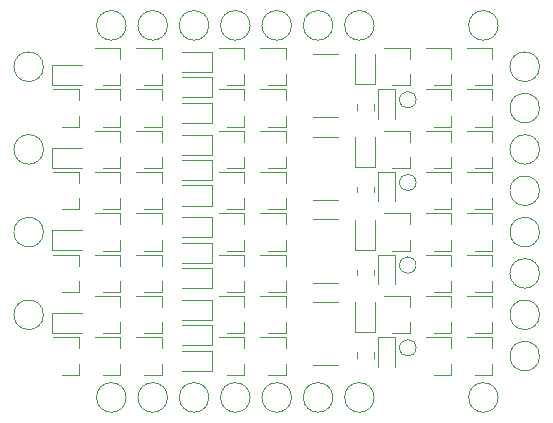
<source format=gto>
G04 #@! TF.GenerationSoftware,KiCad,Pcbnew,(5.1.9)-1*
G04 #@! TF.CreationDate,2022-08-31T17:37:08+02:00*
G04 #@! TF.ProjectId,Edge_dff,45646765-5f64-4666-962e-6b696361645f,rev?*
G04 #@! TF.SameCoordinates,Original*
G04 #@! TF.FileFunction,Legend,Top*
G04 #@! TF.FilePolarity,Positive*
%FSLAX46Y46*%
G04 Gerber Fmt 4.6, Leading zero omitted, Abs format (unit mm)*
G04 Created by KiCad (PCBNEW (5.1.9)-1) date 2022-08-31 17:37:08*
%MOMM*%
%LPD*%
G01*
G04 APERTURE LIST*
%ADD10C,0.120000*%
%ADD11C,1.000000*%
%ADD12C,2.000000*%
%ADD13R,0.900000X0.900000*%
%ADD14R,0.900000X0.800000*%
%ADD15R,0.450000X0.600000*%
%ADD16R,0.600000X0.450000*%
G04 APERTURE END LIST*
D10*
G04 #@! TO.C,TP504*
X144800000Y-93800000D02*
G75*
G03*
X144800000Y-93800000I-700000J0D01*
G01*
G04 #@! TO.C,TP503*
X155251000Y-94500000D02*
G75*
G03*
X155251000Y-94500000I-1251000J0D01*
G01*
G04 #@! TO.C,TP502*
X155251000Y-91000000D02*
G75*
G03*
X155251000Y-91000000I-1251000J0D01*
G01*
G04 #@! TO.C,TP501*
X113251000Y-91000000D02*
G75*
G03*
X113251000Y-91000000I-1251000J0D01*
G01*
G04 #@! TO.C,TP404*
X144800000Y-100800000D02*
G75*
G03*
X144800000Y-100800000I-700000J0D01*
G01*
G04 #@! TO.C,TP403*
X155251000Y-101500000D02*
G75*
G03*
X155251000Y-101500000I-1251000J0D01*
G01*
G04 #@! TO.C,TP402*
X155251000Y-98000000D02*
G75*
G03*
X155251000Y-98000000I-1251000J0D01*
G01*
G04 #@! TO.C,TP401*
X113251000Y-98000000D02*
G75*
G03*
X113251000Y-98000000I-1251000J0D01*
G01*
G04 #@! TO.C,TP304*
X144800000Y-107800000D02*
G75*
G03*
X144800000Y-107800000I-700000J0D01*
G01*
G04 #@! TO.C,TP303*
X155251000Y-108500000D02*
G75*
G03*
X155251000Y-108500000I-1251000J0D01*
G01*
G04 #@! TO.C,TP302*
X155251000Y-105000000D02*
G75*
G03*
X155251000Y-105000000I-1251000J0D01*
G01*
G04 #@! TO.C,TP301*
X113251000Y-105000000D02*
G75*
G03*
X113251000Y-105000000I-1251000J0D01*
G01*
G04 #@! TO.C,TP204*
X144800000Y-114800000D02*
G75*
G03*
X144800000Y-114800000I-700000J0D01*
G01*
G04 #@! TO.C,TP203*
X155251000Y-115500000D02*
G75*
G03*
X155251000Y-115500000I-1251000J0D01*
G01*
G04 #@! TO.C,TP202*
X155251000Y-112000000D02*
G75*
G03*
X155251000Y-112000000I-1251000J0D01*
G01*
G04 #@! TO.C,TP201*
X113251000Y-112000000D02*
G75*
G03*
X113251000Y-112000000I-1251000J0D01*
G01*
G04 #@! TO.C,RN501*
X138150000Y-89930000D02*
X136050000Y-89930000D01*
X138150000Y-95270000D02*
X136050000Y-95270000D01*
G04 #@! TO.C,RN401*
X138150000Y-96930000D02*
X136050000Y-96930000D01*
X138150000Y-102270000D02*
X136050000Y-102270000D01*
G04 #@! TO.C,RN301*
X138150000Y-103930000D02*
X136050000Y-103930000D01*
X138150000Y-109270000D02*
X136050000Y-109270000D01*
G04 #@! TO.C,RN201*
X138150000Y-110930000D02*
X136050000Y-110930000D01*
X138150000Y-116270000D02*
X136050000Y-116270000D01*
G04 #@! TO.C,R501*
X141235000Y-94627064D02*
X141235000Y-94172936D01*
X139765000Y-94627064D02*
X139765000Y-94172936D01*
G04 #@! TO.C,R401*
X141235000Y-101627064D02*
X141235000Y-101172936D01*
X139765000Y-101627064D02*
X139765000Y-101172936D01*
G04 #@! TO.C,R301*
X141235000Y-108627064D02*
X141235000Y-108172936D01*
X139765000Y-108627064D02*
X139765000Y-108172936D01*
G04 #@! TO.C,R201*
X141235000Y-115627064D02*
X141235000Y-115172936D01*
X139765000Y-115627064D02*
X139765000Y-115172936D01*
G04 #@! TO.C,Q514*
X151260000Y-96080000D02*
X149800000Y-96080000D01*
X151260000Y-92920000D02*
X149100000Y-92920000D01*
X151260000Y-92920000D02*
X151260000Y-93850000D01*
X151260000Y-96080000D02*
X151260000Y-95150000D01*
G04 #@! TO.C,Q513*
X151260000Y-92580000D02*
X149800000Y-92580000D01*
X151260000Y-89420000D02*
X149100000Y-89420000D01*
X151260000Y-89420000D02*
X151260000Y-90350000D01*
X151260000Y-92580000D02*
X151260000Y-91650000D01*
G04 #@! TO.C,Q512*
X144260000Y-92580000D02*
X142800000Y-92580000D01*
X144260000Y-89420000D02*
X142100000Y-89420000D01*
X144260000Y-89420000D02*
X144260000Y-90350000D01*
X144260000Y-92580000D02*
X144260000Y-91650000D01*
G04 #@! TO.C,Q511*
X147760000Y-96080000D02*
X146300000Y-96080000D01*
X147760000Y-92920000D02*
X145600000Y-92920000D01*
X147760000Y-92920000D02*
X147760000Y-93850000D01*
X147760000Y-96080000D02*
X147760000Y-95150000D01*
G04 #@! TO.C,Q510*
X147760000Y-92580000D02*
X146300000Y-92580000D01*
X147760000Y-89420000D02*
X145600000Y-89420000D01*
X147760000Y-89420000D02*
X147760000Y-90350000D01*
X147760000Y-92580000D02*
X147760000Y-91650000D01*
G04 #@! TO.C,Q509*
X130260000Y-92580000D02*
X128800000Y-92580000D01*
X130260000Y-89420000D02*
X128100000Y-89420000D01*
X130260000Y-89420000D02*
X130260000Y-90350000D01*
X130260000Y-92580000D02*
X130260000Y-91650000D01*
G04 #@! TO.C,Q508*
X133760000Y-92580000D02*
X132300000Y-92580000D01*
X133760000Y-89420000D02*
X131600000Y-89420000D01*
X133760000Y-89420000D02*
X133760000Y-90350000D01*
X133760000Y-92580000D02*
X133760000Y-91650000D01*
G04 #@! TO.C,Q507*
X130260000Y-96080000D02*
X128800000Y-96080000D01*
X130260000Y-92920000D02*
X128100000Y-92920000D01*
X130260000Y-92920000D02*
X130260000Y-93850000D01*
X130260000Y-96080000D02*
X130260000Y-95150000D01*
G04 #@! TO.C,Q506*
X133760000Y-96080000D02*
X132300000Y-96080000D01*
X133760000Y-92920000D02*
X131600000Y-92920000D01*
X133760000Y-92920000D02*
X133760000Y-93850000D01*
X133760000Y-96080000D02*
X133760000Y-95150000D01*
G04 #@! TO.C,Q505*
X123260000Y-96080000D02*
X121800000Y-96080000D01*
X123260000Y-92920000D02*
X121100000Y-92920000D01*
X123260000Y-92920000D02*
X123260000Y-93850000D01*
X123260000Y-96080000D02*
X123260000Y-95150000D01*
G04 #@! TO.C,Q504*
X123260000Y-92580000D02*
X121800000Y-92580000D01*
X123260000Y-89420000D02*
X121100000Y-89420000D01*
X123260000Y-89420000D02*
X123260000Y-90350000D01*
X123260000Y-92580000D02*
X123260000Y-91650000D01*
G04 #@! TO.C,Q503*
X116260000Y-96080000D02*
X114800000Y-96080000D01*
X116260000Y-92920000D02*
X114100000Y-92920000D01*
X116260000Y-92920000D02*
X116260000Y-93850000D01*
X116260000Y-96080000D02*
X116260000Y-95150000D01*
G04 #@! TO.C,Q502*
X119760000Y-96080000D02*
X118300000Y-96080000D01*
X119760000Y-92920000D02*
X117600000Y-92920000D01*
X119760000Y-92920000D02*
X119760000Y-93850000D01*
X119760000Y-96080000D02*
X119760000Y-95150000D01*
G04 #@! TO.C,Q501*
X119760000Y-92580000D02*
X118300000Y-92580000D01*
X119760000Y-89420000D02*
X117600000Y-89420000D01*
X119760000Y-89420000D02*
X119760000Y-90350000D01*
X119760000Y-92580000D02*
X119760000Y-91650000D01*
G04 #@! TO.C,Q414*
X151260000Y-103080000D02*
X149800000Y-103080000D01*
X151260000Y-99920000D02*
X149100000Y-99920000D01*
X151260000Y-99920000D02*
X151260000Y-100850000D01*
X151260000Y-103080000D02*
X151260000Y-102150000D01*
G04 #@! TO.C,Q413*
X151260000Y-99580000D02*
X149800000Y-99580000D01*
X151260000Y-96420000D02*
X149100000Y-96420000D01*
X151260000Y-96420000D02*
X151260000Y-97350000D01*
X151260000Y-99580000D02*
X151260000Y-98650000D01*
G04 #@! TO.C,Q412*
X144260000Y-99580000D02*
X142800000Y-99580000D01*
X144260000Y-96420000D02*
X142100000Y-96420000D01*
X144260000Y-96420000D02*
X144260000Y-97350000D01*
X144260000Y-99580000D02*
X144260000Y-98650000D01*
G04 #@! TO.C,Q411*
X147760000Y-103080000D02*
X146300000Y-103080000D01*
X147760000Y-99920000D02*
X145600000Y-99920000D01*
X147760000Y-99920000D02*
X147760000Y-100850000D01*
X147760000Y-103080000D02*
X147760000Y-102150000D01*
G04 #@! TO.C,Q410*
X147760000Y-99580000D02*
X146300000Y-99580000D01*
X147760000Y-96420000D02*
X145600000Y-96420000D01*
X147760000Y-96420000D02*
X147760000Y-97350000D01*
X147760000Y-99580000D02*
X147760000Y-98650000D01*
G04 #@! TO.C,Q409*
X130260000Y-99580000D02*
X128800000Y-99580000D01*
X130260000Y-96420000D02*
X128100000Y-96420000D01*
X130260000Y-96420000D02*
X130260000Y-97350000D01*
X130260000Y-99580000D02*
X130260000Y-98650000D01*
G04 #@! TO.C,Q408*
X133760000Y-99580000D02*
X132300000Y-99580000D01*
X133760000Y-96420000D02*
X131600000Y-96420000D01*
X133760000Y-96420000D02*
X133760000Y-97350000D01*
X133760000Y-99580000D02*
X133760000Y-98650000D01*
G04 #@! TO.C,Q407*
X130260000Y-103080000D02*
X128800000Y-103080000D01*
X130260000Y-99920000D02*
X128100000Y-99920000D01*
X130260000Y-99920000D02*
X130260000Y-100850000D01*
X130260000Y-103080000D02*
X130260000Y-102150000D01*
G04 #@! TO.C,Q406*
X133760000Y-103080000D02*
X132300000Y-103080000D01*
X133760000Y-99920000D02*
X131600000Y-99920000D01*
X133760000Y-99920000D02*
X133760000Y-100850000D01*
X133760000Y-103080000D02*
X133760000Y-102150000D01*
G04 #@! TO.C,Q405*
X123260000Y-103080000D02*
X121800000Y-103080000D01*
X123260000Y-99920000D02*
X121100000Y-99920000D01*
X123260000Y-99920000D02*
X123260000Y-100850000D01*
X123260000Y-103080000D02*
X123260000Y-102150000D01*
G04 #@! TO.C,Q404*
X123260000Y-99580000D02*
X121800000Y-99580000D01*
X123260000Y-96420000D02*
X121100000Y-96420000D01*
X123260000Y-96420000D02*
X123260000Y-97350000D01*
X123260000Y-99580000D02*
X123260000Y-98650000D01*
G04 #@! TO.C,Q403*
X116260000Y-103080000D02*
X114800000Y-103080000D01*
X116260000Y-99920000D02*
X114100000Y-99920000D01*
X116260000Y-99920000D02*
X116260000Y-100850000D01*
X116260000Y-103080000D02*
X116260000Y-102150000D01*
G04 #@! TO.C,Q402*
X119760000Y-103080000D02*
X118300000Y-103080000D01*
X119760000Y-99920000D02*
X117600000Y-99920000D01*
X119760000Y-99920000D02*
X119760000Y-100850000D01*
X119760000Y-103080000D02*
X119760000Y-102150000D01*
G04 #@! TO.C,Q401*
X119760000Y-99580000D02*
X118300000Y-99580000D01*
X119760000Y-96420000D02*
X117600000Y-96420000D01*
X119760000Y-96420000D02*
X119760000Y-97350000D01*
X119760000Y-99580000D02*
X119760000Y-98650000D01*
G04 #@! TO.C,Q314*
X151260000Y-110080000D02*
X149800000Y-110080000D01*
X151260000Y-106920000D02*
X149100000Y-106920000D01*
X151260000Y-106920000D02*
X151260000Y-107850000D01*
X151260000Y-110080000D02*
X151260000Y-109150000D01*
G04 #@! TO.C,Q313*
X151260000Y-106580000D02*
X149800000Y-106580000D01*
X151260000Y-103420000D02*
X149100000Y-103420000D01*
X151260000Y-103420000D02*
X151260000Y-104350000D01*
X151260000Y-106580000D02*
X151260000Y-105650000D01*
G04 #@! TO.C,Q312*
X144260000Y-106580000D02*
X142800000Y-106580000D01*
X144260000Y-103420000D02*
X142100000Y-103420000D01*
X144260000Y-103420000D02*
X144260000Y-104350000D01*
X144260000Y-106580000D02*
X144260000Y-105650000D01*
G04 #@! TO.C,Q311*
X147760000Y-110080000D02*
X146300000Y-110080000D01*
X147760000Y-106920000D02*
X145600000Y-106920000D01*
X147760000Y-106920000D02*
X147760000Y-107850000D01*
X147760000Y-110080000D02*
X147760000Y-109150000D01*
G04 #@! TO.C,Q310*
X147760000Y-106580000D02*
X146300000Y-106580000D01*
X147760000Y-103420000D02*
X145600000Y-103420000D01*
X147760000Y-103420000D02*
X147760000Y-104350000D01*
X147760000Y-106580000D02*
X147760000Y-105650000D01*
G04 #@! TO.C,Q309*
X130260000Y-106580000D02*
X128800000Y-106580000D01*
X130260000Y-103420000D02*
X128100000Y-103420000D01*
X130260000Y-103420000D02*
X130260000Y-104350000D01*
X130260000Y-106580000D02*
X130260000Y-105650000D01*
G04 #@! TO.C,Q308*
X133760000Y-106580000D02*
X132300000Y-106580000D01*
X133760000Y-103420000D02*
X131600000Y-103420000D01*
X133760000Y-103420000D02*
X133760000Y-104350000D01*
X133760000Y-106580000D02*
X133760000Y-105650000D01*
G04 #@! TO.C,Q307*
X130260000Y-110080000D02*
X128800000Y-110080000D01*
X130260000Y-106920000D02*
X128100000Y-106920000D01*
X130260000Y-106920000D02*
X130260000Y-107850000D01*
X130260000Y-110080000D02*
X130260000Y-109150000D01*
G04 #@! TO.C,Q306*
X133760000Y-110080000D02*
X132300000Y-110080000D01*
X133760000Y-106920000D02*
X131600000Y-106920000D01*
X133760000Y-106920000D02*
X133760000Y-107850000D01*
X133760000Y-110080000D02*
X133760000Y-109150000D01*
G04 #@! TO.C,Q305*
X123260000Y-110080000D02*
X121800000Y-110080000D01*
X123260000Y-106920000D02*
X121100000Y-106920000D01*
X123260000Y-106920000D02*
X123260000Y-107850000D01*
X123260000Y-110080000D02*
X123260000Y-109150000D01*
G04 #@! TO.C,Q304*
X123260000Y-106580000D02*
X121800000Y-106580000D01*
X123260000Y-103420000D02*
X121100000Y-103420000D01*
X123260000Y-103420000D02*
X123260000Y-104350000D01*
X123260000Y-106580000D02*
X123260000Y-105650000D01*
G04 #@! TO.C,Q303*
X116260000Y-110080000D02*
X114800000Y-110080000D01*
X116260000Y-106920000D02*
X114100000Y-106920000D01*
X116260000Y-106920000D02*
X116260000Y-107850000D01*
X116260000Y-110080000D02*
X116260000Y-109150000D01*
G04 #@! TO.C,Q302*
X119760000Y-110080000D02*
X118300000Y-110080000D01*
X119760000Y-106920000D02*
X117600000Y-106920000D01*
X119760000Y-106920000D02*
X119760000Y-107850000D01*
X119760000Y-110080000D02*
X119760000Y-109150000D01*
G04 #@! TO.C,Q301*
X119760000Y-106580000D02*
X118300000Y-106580000D01*
X119760000Y-103420000D02*
X117600000Y-103420000D01*
X119760000Y-103420000D02*
X119760000Y-104350000D01*
X119760000Y-106580000D02*
X119760000Y-105650000D01*
G04 #@! TO.C,Q214*
X151260000Y-117080000D02*
X149800000Y-117080000D01*
X151260000Y-113920000D02*
X149100000Y-113920000D01*
X151260000Y-113920000D02*
X151260000Y-114850000D01*
X151260000Y-117080000D02*
X151260000Y-116150000D01*
G04 #@! TO.C,Q213*
X151260000Y-113580000D02*
X149800000Y-113580000D01*
X151260000Y-110420000D02*
X149100000Y-110420000D01*
X151260000Y-110420000D02*
X151260000Y-111350000D01*
X151260000Y-113580000D02*
X151260000Y-112650000D01*
G04 #@! TO.C,Q212*
X144260000Y-113580000D02*
X142800000Y-113580000D01*
X144260000Y-110420000D02*
X142100000Y-110420000D01*
X144260000Y-110420000D02*
X144260000Y-111350000D01*
X144260000Y-113580000D02*
X144260000Y-112650000D01*
G04 #@! TO.C,Q211*
X147760000Y-117080000D02*
X146300000Y-117080000D01*
X147760000Y-113920000D02*
X145600000Y-113920000D01*
X147760000Y-113920000D02*
X147760000Y-114850000D01*
X147760000Y-117080000D02*
X147760000Y-116150000D01*
G04 #@! TO.C,Q210*
X147760000Y-113580000D02*
X146300000Y-113580000D01*
X147760000Y-110420000D02*
X145600000Y-110420000D01*
X147760000Y-110420000D02*
X147760000Y-111350000D01*
X147760000Y-113580000D02*
X147760000Y-112650000D01*
G04 #@! TO.C,Q209*
X130260000Y-113580000D02*
X128800000Y-113580000D01*
X130260000Y-110420000D02*
X128100000Y-110420000D01*
X130260000Y-110420000D02*
X130260000Y-111350000D01*
X130260000Y-113580000D02*
X130260000Y-112650000D01*
G04 #@! TO.C,Q208*
X133760000Y-113580000D02*
X132300000Y-113580000D01*
X133760000Y-110420000D02*
X131600000Y-110420000D01*
X133760000Y-110420000D02*
X133760000Y-111350000D01*
X133760000Y-113580000D02*
X133760000Y-112650000D01*
G04 #@! TO.C,Q206*
X133760000Y-117080000D02*
X132300000Y-117080000D01*
X133760000Y-113920000D02*
X131600000Y-113920000D01*
X133760000Y-113920000D02*
X133760000Y-114850000D01*
X133760000Y-117080000D02*
X133760000Y-116150000D01*
G04 #@! TO.C,Q205*
X123260000Y-117080000D02*
X121800000Y-117080000D01*
X123260000Y-113920000D02*
X121100000Y-113920000D01*
X123260000Y-113920000D02*
X123260000Y-114850000D01*
X123260000Y-117080000D02*
X123260000Y-116150000D01*
G04 #@! TO.C,Q204*
X123260000Y-113580000D02*
X121800000Y-113580000D01*
X123260000Y-110420000D02*
X121100000Y-110420000D01*
X123260000Y-110420000D02*
X123260000Y-111350000D01*
X123260000Y-113580000D02*
X123260000Y-112650000D01*
G04 #@! TO.C,Q203*
X116260000Y-117080000D02*
X114800000Y-117080000D01*
X116260000Y-113920000D02*
X114100000Y-113920000D01*
X116260000Y-113920000D02*
X116260000Y-114850000D01*
X116260000Y-117080000D02*
X116260000Y-116150000D01*
G04 #@! TO.C,Q202*
X119760000Y-117080000D02*
X118300000Y-117080000D01*
X119760000Y-113920000D02*
X117600000Y-113920000D01*
X119760000Y-113920000D02*
X119760000Y-114850000D01*
X119760000Y-117080000D02*
X119760000Y-116150000D01*
G04 #@! TO.C,Q201*
X119760000Y-113580000D02*
X118300000Y-113580000D01*
X119760000Y-110420000D02*
X117600000Y-110420000D01*
X119760000Y-110420000D02*
X119760000Y-111350000D01*
X119760000Y-113580000D02*
X119760000Y-112650000D01*
G04 #@! TO.C,D506*
X141615000Y-92915000D02*
X141615000Y-95400000D01*
X142985000Y-92915000D02*
X141615000Y-92915000D01*
X142985000Y-95400000D02*
X142985000Y-92915000D01*
G04 #@! TO.C,D505*
X139650000Y-92500000D02*
X139650000Y-89950000D01*
X141350000Y-92500000D02*
X141350000Y-89950000D01*
X139650000Y-92500000D02*
X141350000Y-92500000D01*
G04 #@! TO.C,D504*
X127500000Y-95750000D02*
X124950000Y-95750000D01*
X127500000Y-94050000D02*
X124950000Y-94050000D01*
X127500000Y-95750000D02*
X127500000Y-94050000D01*
G04 #@! TO.C,D503*
X127500000Y-93600000D02*
X124950000Y-93600000D01*
X127500000Y-91900000D02*
X124950000Y-91900000D01*
X127500000Y-93600000D02*
X127500000Y-91900000D01*
G04 #@! TO.C,D502*
X127550000Y-91450000D02*
X125000000Y-91450000D01*
X127550000Y-89750000D02*
X125000000Y-89750000D01*
X127550000Y-91450000D02*
X127550000Y-89750000D01*
G04 #@! TO.C,D501*
X114000000Y-90850000D02*
X116550000Y-90850000D01*
X114000000Y-92550000D02*
X116550000Y-92550000D01*
X114000000Y-90850000D02*
X114000000Y-92550000D01*
G04 #@! TO.C,D406*
X141615000Y-99915000D02*
X141615000Y-102400000D01*
X142985000Y-99915000D02*
X141615000Y-99915000D01*
X142985000Y-102400000D02*
X142985000Y-99915000D01*
G04 #@! TO.C,D405*
X139650000Y-99500000D02*
X139650000Y-96950000D01*
X141350000Y-99500000D02*
X141350000Y-96950000D01*
X139650000Y-99500000D02*
X141350000Y-99500000D01*
G04 #@! TO.C,D404*
X127500000Y-102750000D02*
X124950000Y-102750000D01*
X127500000Y-101050000D02*
X124950000Y-101050000D01*
X127500000Y-102750000D02*
X127500000Y-101050000D01*
G04 #@! TO.C,D403*
X127500000Y-100600000D02*
X124950000Y-100600000D01*
X127500000Y-98900000D02*
X124950000Y-98900000D01*
X127500000Y-100600000D02*
X127500000Y-98900000D01*
G04 #@! TO.C,D402*
X127550000Y-98450000D02*
X125000000Y-98450000D01*
X127550000Y-96750000D02*
X125000000Y-96750000D01*
X127550000Y-98450000D02*
X127550000Y-96750000D01*
G04 #@! TO.C,D401*
X114000000Y-97850000D02*
X116550000Y-97850000D01*
X114000000Y-99550000D02*
X116550000Y-99550000D01*
X114000000Y-97850000D02*
X114000000Y-99550000D01*
G04 #@! TO.C,D306*
X141615000Y-106915000D02*
X141615000Y-109400000D01*
X142985000Y-106915000D02*
X141615000Y-106915000D01*
X142985000Y-109400000D02*
X142985000Y-106915000D01*
G04 #@! TO.C,D305*
X139650000Y-106500000D02*
X139650000Y-103950000D01*
X141350000Y-106500000D02*
X141350000Y-103950000D01*
X139650000Y-106500000D02*
X141350000Y-106500000D01*
G04 #@! TO.C,D304*
X127500000Y-109750000D02*
X124950000Y-109750000D01*
X127500000Y-108050000D02*
X124950000Y-108050000D01*
X127500000Y-109750000D02*
X127500000Y-108050000D01*
G04 #@! TO.C,D303*
X127500000Y-107600000D02*
X124950000Y-107600000D01*
X127500000Y-105900000D02*
X124950000Y-105900000D01*
X127500000Y-107600000D02*
X127500000Y-105900000D01*
G04 #@! TO.C,D302*
X127550000Y-105450000D02*
X125000000Y-105450000D01*
X127550000Y-103750000D02*
X125000000Y-103750000D01*
X127550000Y-105450000D02*
X127550000Y-103750000D01*
G04 #@! TO.C,D301*
X114000000Y-104850000D02*
X116550000Y-104850000D01*
X114000000Y-106550000D02*
X116550000Y-106550000D01*
X114000000Y-104850000D02*
X114000000Y-106550000D01*
G04 #@! TO.C,D206*
X141615000Y-113915000D02*
X141615000Y-116400000D01*
X142985000Y-113915000D02*
X141615000Y-113915000D01*
X142985000Y-116400000D02*
X142985000Y-113915000D01*
G04 #@! TO.C,D205*
X139650000Y-113500000D02*
X139650000Y-110950000D01*
X141350000Y-113500000D02*
X141350000Y-110950000D01*
X139650000Y-113500000D02*
X141350000Y-113500000D01*
G04 #@! TO.C,D204*
X127500000Y-116750000D02*
X124950000Y-116750000D01*
X127500000Y-115050000D02*
X124950000Y-115050000D01*
X127500000Y-116750000D02*
X127500000Y-115050000D01*
G04 #@! TO.C,D203*
X127500000Y-114600000D02*
X124950000Y-114600000D01*
X127500000Y-112900000D02*
X124950000Y-112900000D01*
X127500000Y-114600000D02*
X127500000Y-112900000D01*
G04 #@! TO.C,D202*
X127550000Y-112450000D02*
X125000000Y-112450000D01*
X127550000Y-110750000D02*
X125000000Y-110750000D01*
X127550000Y-112450000D02*
X127550000Y-110750000D01*
G04 #@! TO.C,D201*
X114000000Y-111850000D02*
X116550000Y-111850000D01*
X114000000Y-113550000D02*
X116550000Y-113550000D01*
X114000000Y-111850000D02*
X114000000Y-113550000D01*
G04 #@! TO.C,Q207*
X130260000Y-117080000D02*
X130260000Y-116150000D01*
X130260000Y-113920000D02*
X130260000Y-114850000D01*
X130260000Y-113920000D02*
X128100000Y-113920000D01*
X130260000Y-117080000D02*
X128800000Y-117080000D01*
G04 #@! TO.C,TP120*
X134251000Y-87500000D02*
G75*
G03*
X134251000Y-87500000I-1251000J0D01*
G01*
G04 #@! TO.C,TP110*
X134251000Y-119000000D02*
G75*
G03*
X134251000Y-119000000I-1251000J0D01*
G01*
G04 #@! TO.C,TP118*
X137751000Y-87500000D02*
G75*
G03*
X137751000Y-87500000I-1251000J0D01*
G01*
G04 #@! TO.C,TP117*
X141251000Y-87500000D02*
G75*
G03*
X141251000Y-87500000I-1251000J0D01*
G01*
G04 #@! TO.C,TP116*
X127251000Y-87500000D02*
G75*
G03*
X127251000Y-87500000I-1251000J0D01*
G01*
G04 #@! TO.C,TP115*
X123751000Y-87500000D02*
G75*
G03*
X123751000Y-87500000I-1251000J0D01*
G01*
G04 #@! TO.C,TP114*
X120251000Y-87500000D02*
G75*
G03*
X120251000Y-87500000I-1251000J0D01*
G01*
G04 #@! TO.C,TP113*
X130751000Y-87500000D02*
G75*
G03*
X130751000Y-87500000I-1251000J0D01*
G01*
G04 #@! TO.C,TP112*
X151751000Y-87500000D02*
G75*
G03*
X151751000Y-87500000I-1251000J0D01*
G01*
G04 #@! TO.C,TP108*
X137751000Y-119000000D02*
G75*
G03*
X137751000Y-119000000I-1251000J0D01*
G01*
G04 #@! TO.C,TP107*
X141251000Y-119000000D02*
G75*
G03*
X141251000Y-119000000I-1251000J0D01*
G01*
G04 #@! TO.C,TP106*
X127251000Y-119000000D02*
G75*
G03*
X127251000Y-119000000I-1251000J0D01*
G01*
G04 #@! TO.C,TP105*
X123751000Y-119000000D02*
G75*
G03*
X123751000Y-119000000I-1251000J0D01*
G01*
G04 #@! TO.C,TP104*
X120251000Y-119000000D02*
G75*
G03*
X120251000Y-119000000I-1251000J0D01*
G01*
G04 #@! TO.C,TP103*
X130751000Y-119000000D02*
G75*
G03*
X130751000Y-119000000I-1251000J0D01*
G01*
G04 #@! TO.C,TP102*
X151751000Y-119000000D02*
G75*
G03*
X151751000Y-119000000I-1251000J0D01*
G01*
G04 #@! TD*
%LPC*%
D11*
G04 #@! TO.C,TP504*
X144100000Y-93800000D03*
G04 #@! TD*
D12*
G04 #@! TO.C,TP503*
X154000000Y-94500000D03*
G04 #@! TD*
G04 #@! TO.C,TP502*
X154000000Y-91000000D03*
G04 #@! TD*
G04 #@! TO.C,TP501*
X112000000Y-91000000D03*
G04 #@! TD*
D11*
G04 #@! TO.C,TP404*
X144100000Y-100800000D03*
G04 #@! TD*
D12*
G04 #@! TO.C,TP403*
X154000000Y-101500000D03*
G04 #@! TD*
G04 #@! TO.C,TP402*
X154000000Y-98000000D03*
G04 #@! TD*
G04 #@! TO.C,TP401*
X112000000Y-98000000D03*
G04 #@! TD*
D11*
G04 #@! TO.C,TP304*
X144100000Y-107800000D03*
G04 #@! TD*
D12*
G04 #@! TO.C,TP303*
X154000000Y-108500000D03*
G04 #@! TD*
G04 #@! TO.C,TP302*
X154000000Y-105000000D03*
G04 #@! TD*
G04 #@! TO.C,TP301*
X112000000Y-105000000D03*
G04 #@! TD*
D11*
G04 #@! TO.C,TP204*
X144100000Y-114800000D03*
G04 #@! TD*
D12*
G04 #@! TO.C,TP203*
X154000000Y-115500000D03*
G04 #@! TD*
G04 #@! TO.C,TP202*
X154000000Y-112000000D03*
G04 #@! TD*
G04 #@! TO.C,TP201*
X112000000Y-112000000D03*
G04 #@! TD*
D13*
G04 #@! TO.C,RN501*
X138600000Y-93260000D03*
X138600000Y-94600000D03*
X138600000Y-90600000D03*
X138600000Y-91940000D03*
X135600000Y-93260000D03*
X135600000Y-91940000D03*
X135600000Y-94600000D03*
X135600000Y-90600000D03*
G04 #@! TD*
G04 #@! TO.C,RN401*
X138600000Y-100260000D03*
X138600000Y-101600000D03*
X138600000Y-97600000D03*
X138600000Y-98940000D03*
X135600000Y-100260000D03*
X135600000Y-98940000D03*
X135600000Y-101600000D03*
X135600000Y-97600000D03*
G04 #@! TD*
G04 #@! TO.C,RN301*
X138600000Y-107260000D03*
X138600000Y-108600000D03*
X138600000Y-104600000D03*
X138600000Y-105940000D03*
X135600000Y-107260000D03*
X135600000Y-105940000D03*
X135600000Y-108600000D03*
X135600000Y-104600000D03*
G04 #@! TD*
G04 #@! TO.C,RN201*
X138600000Y-114260000D03*
X138600000Y-115600000D03*
X138600000Y-111600000D03*
X138600000Y-112940000D03*
X135600000Y-114260000D03*
X135600000Y-112940000D03*
X135600000Y-115600000D03*
X135600000Y-111600000D03*
G04 #@! TD*
G04 #@! TO.C,R501*
G36*
G01*
X140950002Y-94000000D02*
X140049998Y-94000000D01*
G75*
G02*
X139800000Y-93750002I0J249998D01*
G01*
X139800000Y-93224998D01*
G75*
G02*
X140049998Y-92975000I249998J0D01*
G01*
X140950002Y-92975000D01*
G75*
G02*
X141200000Y-93224998I0J-249998D01*
G01*
X141200000Y-93750002D01*
G75*
G02*
X140950002Y-94000000I-249998J0D01*
G01*
G37*
G36*
G01*
X140950002Y-95825000D02*
X140049998Y-95825000D01*
G75*
G02*
X139800000Y-95575002I0J249998D01*
G01*
X139800000Y-95049998D01*
G75*
G02*
X140049998Y-94800000I249998J0D01*
G01*
X140950002Y-94800000D01*
G75*
G02*
X141200000Y-95049998I0J-249998D01*
G01*
X141200000Y-95575002D01*
G75*
G02*
X140950002Y-95825000I-249998J0D01*
G01*
G37*
G04 #@! TD*
G04 #@! TO.C,R401*
G36*
G01*
X140950002Y-101000000D02*
X140049998Y-101000000D01*
G75*
G02*
X139800000Y-100750002I0J249998D01*
G01*
X139800000Y-100224998D01*
G75*
G02*
X140049998Y-99975000I249998J0D01*
G01*
X140950002Y-99975000D01*
G75*
G02*
X141200000Y-100224998I0J-249998D01*
G01*
X141200000Y-100750002D01*
G75*
G02*
X140950002Y-101000000I-249998J0D01*
G01*
G37*
G36*
G01*
X140950002Y-102825000D02*
X140049998Y-102825000D01*
G75*
G02*
X139800000Y-102575002I0J249998D01*
G01*
X139800000Y-102049998D01*
G75*
G02*
X140049998Y-101800000I249998J0D01*
G01*
X140950002Y-101800000D01*
G75*
G02*
X141200000Y-102049998I0J-249998D01*
G01*
X141200000Y-102575002D01*
G75*
G02*
X140950002Y-102825000I-249998J0D01*
G01*
G37*
G04 #@! TD*
G04 #@! TO.C,R301*
G36*
G01*
X140950002Y-108000000D02*
X140049998Y-108000000D01*
G75*
G02*
X139800000Y-107750002I0J249998D01*
G01*
X139800000Y-107224998D01*
G75*
G02*
X140049998Y-106975000I249998J0D01*
G01*
X140950002Y-106975000D01*
G75*
G02*
X141200000Y-107224998I0J-249998D01*
G01*
X141200000Y-107750002D01*
G75*
G02*
X140950002Y-108000000I-249998J0D01*
G01*
G37*
G36*
G01*
X140950002Y-109825000D02*
X140049998Y-109825000D01*
G75*
G02*
X139800000Y-109575002I0J249998D01*
G01*
X139800000Y-109049998D01*
G75*
G02*
X140049998Y-108800000I249998J0D01*
G01*
X140950002Y-108800000D01*
G75*
G02*
X141200000Y-109049998I0J-249998D01*
G01*
X141200000Y-109575002D01*
G75*
G02*
X140950002Y-109825000I-249998J0D01*
G01*
G37*
G04 #@! TD*
G04 #@! TO.C,R201*
G36*
G01*
X140950002Y-115000000D02*
X140049998Y-115000000D01*
G75*
G02*
X139800000Y-114750002I0J249998D01*
G01*
X139800000Y-114224998D01*
G75*
G02*
X140049998Y-113975000I249998J0D01*
G01*
X140950002Y-113975000D01*
G75*
G02*
X141200000Y-114224998I0J-249998D01*
G01*
X141200000Y-114750002D01*
G75*
G02*
X140950002Y-115000000I-249998J0D01*
G01*
G37*
G36*
G01*
X140950002Y-116825000D02*
X140049998Y-116825000D01*
G75*
G02*
X139800000Y-116575002I0J249998D01*
G01*
X139800000Y-116049998D01*
G75*
G02*
X140049998Y-115800000I249998J0D01*
G01*
X140950002Y-115800000D01*
G75*
G02*
X141200000Y-116049998I0J-249998D01*
G01*
X141200000Y-116575002D01*
G75*
G02*
X140950002Y-116825000I-249998J0D01*
G01*
G37*
G04 #@! TD*
D14*
G04 #@! TO.C,Q514*
X151500000Y-94500000D03*
X149500000Y-95450000D03*
X149500000Y-93550000D03*
G04 #@! TD*
G04 #@! TO.C,Q513*
X151500000Y-91000000D03*
X149500000Y-91950000D03*
X149500000Y-90050000D03*
G04 #@! TD*
G04 #@! TO.C,Q512*
X144500000Y-91000000D03*
X142500000Y-91950000D03*
X142500000Y-90050000D03*
G04 #@! TD*
G04 #@! TO.C,Q511*
X148000000Y-94500000D03*
X146000000Y-95450000D03*
X146000000Y-93550000D03*
G04 #@! TD*
G04 #@! TO.C,Q510*
X148000000Y-91000000D03*
X146000000Y-91950000D03*
X146000000Y-90050000D03*
G04 #@! TD*
G04 #@! TO.C,Q509*
X130500000Y-91000000D03*
X128500000Y-91950000D03*
X128500000Y-90050000D03*
G04 #@! TD*
G04 #@! TO.C,Q508*
X134000000Y-91000000D03*
X132000000Y-91950000D03*
X132000000Y-90050000D03*
G04 #@! TD*
G04 #@! TO.C,Q507*
X130500000Y-94500000D03*
X128500000Y-95450000D03*
X128500000Y-93550000D03*
G04 #@! TD*
G04 #@! TO.C,Q506*
X134000000Y-94500000D03*
X132000000Y-95450000D03*
X132000000Y-93550000D03*
G04 #@! TD*
G04 #@! TO.C,Q505*
X123500000Y-94500000D03*
X121500000Y-95450000D03*
X121500000Y-93550000D03*
G04 #@! TD*
G04 #@! TO.C,Q504*
X123500000Y-91000000D03*
X121500000Y-91950000D03*
X121500000Y-90050000D03*
G04 #@! TD*
G04 #@! TO.C,Q503*
X116500000Y-94500000D03*
X114500000Y-95450000D03*
X114500000Y-93550000D03*
G04 #@! TD*
G04 #@! TO.C,Q502*
X120000000Y-94500000D03*
X118000000Y-95450000D03*
X118000000Y-93550000D03*
G04 #@! TD*
G04 #@! TO.C,Q501*
X120000000Y-91000000D03*
X118000000Y-91950000D03*
X118000000Y-90050000D03*
G04 #@! TD*
G04 #@! TO.C,Q414*
X151500000Y-101500000D03*
X149500000Y-102450000D03*
X149500000Y-100550000D03*
G04 #@! TD*
G04 #@! TO.C,Q413*
X151500000Y-98000000D03*
X149500000Y-98950000D03*
X149500000Y-97050000D03*
G04 #@! TD*
G04 #@! TO.C,Q412*
X144500000Y-98000000D03*
X142500000Y-98950000D03*
X142500000Y-97050000D03*
G04 #@! TD*
G04 #@! TO.C,Q411*
X148000000Y-101500000D03*
X146000000Y-102450000D03*
X146000000Y-100550000D03*
G04 #@! TD*
G04 #@! TO.C,Q410*
X148000000Y-98000000D03*
X146000000Y-98950000D03*
X146000000Y-97050000D03*
G04 #@! TD*
G04 #@! TO.C,Q409*
X130500000Y-98000000D03*
X128500000Y-98950000D03*
X128500000Y-97050000D03*
G04 #@! TD*
G04 #@! TO.C,Q408*
X134000000Y-98000000D03*
X132000000Y-98950000D03*
X132000000Y-97050000D03*
G04 #@! TD*
G04 #@! TO.C,Q407*
X130500000Y-101500000D03*
X128500000Y-102450000D03*
X128500000Y-100550000D03*
G04 #@! TD*
G04 #@! TO.C,Q406*
X134000000Y-101500000D03*
X132000000Y-102450000D03*
X132000000Y-100550000D03*
G04 #@! TD*
G04 #@! TO.C,Q405*
X123500000Y-101500000D03*
X121500000Y-102450000D03*
X121500000Y-100550000D03*
G04 #@! TD*
G04 #@! TO.C,Q404*
X123500000Y-98000000D03*
X121500000Y-98950000D03*
X121500000Y-97050000D03*
G04 #@! TD*
G04 #@! TO.C,Q403*
X116500000Y-101500000D03*
X114500000Y-102450000D03*
X114500000Y-100550000D03*
G04 #@! TD*
G04 #@! TO.C,Q402*
X120000000Y-101500000D03*
X118000000Y-102450000D03*
X118000000Y-100550000D03*
G04 #@! TD*
G04 #@! TO.C,Q401*
X120000000Y-98000000D03*
X118000000Y-98950000D03*
X118000000Y-97050000D03*
G04 #@! TD*
G04 #@! TO.C,Q314*
X151500000Y-108500000D03*
X149500000Y-109450000D03*
X149500000Y-107550000D03*
G04 #@! TD*
G04 #@! TO.C,Q313*
X151500000Y-105000000D03*
X149500000Y-105950000D03*
X149500000Y-104050000D03*
G04 #@! TD*
G04 #@! TO.C,Q312*
X144500000Y-105000000D03*
X142500000Y-105950000D03*
X142500000Y-104050000D03*
G04 #@! TD*
G04 #@! TO.C,Q311*
X148000000Y-108500000D03*
X146000000Y-109450000D03*
X146000000Y-107550000D03*
G04 #@! TD*
G04 #@! TO.C,Q310*
X148000000Y-105000000D03*
X146000000Y-105950000D03*
X146000000Y-104050000D03*
G04 #@! TD*
G04 #@! TO.C,Q309*
X130500000Y-105000000D03*
X128500000Y-105950000D03*
X128500000Y-104050000D03*
G04 #@! TD*
G04 #@! TO.C,Q308*
X134000000Y-105000000D03*
X132000000Y-105950000D03*
X132000000Y-104050000D03*
G04 #@! TD*
G04 #@! TO.C,Q307*
X130500000Y-108500000D03*
X128500000Y-109450000D03*
X128500000Y-107550000D03*
G04 #@! TD*
G04 #@! TO.C,Q306*
X134000000Y-108500000D03*
X132000000Y-109450000D03*
X132000000Y-107550000D03*
G04 #@! TD*
G04 #@! TO.C,Q305*
X123500000Y-108500000D03*
X121500000Y-109450000D03*
X121500000Y-107550000D03*
G04 #@! TD*
G04 #@! TO.C,Q304*
X123500000Y-105000000D03*
X121500000Y-105950000D03*
X121500000Y-104050000D03*
G04 #@! TD*
G04 #@! TO.C,Q303*
X116500000Y-108500000D03*
X114500000Y-109450000D03*
X114500000Y-107550000D03*
G04 #@! TD*
G04 #@! TO.C,Q302*
X120000000Y-108500000D03*
X118000000Y-109450000D03*
X118000000Y-107550000D03*
G04 #@! TD*
G04 #@! TO.C,Q301*
X120000000Y-105000000D03*
X118000000Y-105950000D03*
X118000000Y-104050000D03*
G04 #@! TD*
G04 #@! TO.C,Q214*
X151500000Y-115500000D03*
X149500000Y-116450000D03*
X149500000Y-114550000D03*
G04 #@! TD*
G04 #@! TO.C,Q213*
X151500000Y-112000000D03*
X149500000Y-112950000D03*
X149500000Y-111050000D03*
G04 #@! TD*
G04 #@! TO.C,Q212*
X144500000Y-112000000D03*
X142500000Y-112950000D03*
X142500000Y-111050000D03*
G04 #@! TD*
G04 #@! TO.C,Q211*
X148000000Y-115500000D03*
X146000000Y-116450000D03*
X146000000Y-114550000D03*
G04 #@! TD*
G04 #@! TO.C,Q210*
X148000000Y-112000000D03*
X146000000Y-112950000D03*
X146000000Y-111050000D03*
G04 #@! TD*
G04 #@! TO.C,Q209*
X130500000Y-112000000D03*
X128500000Y-112950000D03*
X128500000Y-111050000D03*
G04 #@! TD*
G04 #@! TO.C,Q208*
X134000000Y-112000000D03*
X132000000Y-112950000D03*
X132000000Y-111050000D03*
G04 #@! TD*
G04 #@! TO.C,Q206*
X134000000Y-115500000D03*
X132000000Y-116450000D03*
X132000000Y-114550000D03*
G04 #@! TD*
G04 #@! TO.C,Q205*
X123500000Y-115500000D03*
X121500000Y-116450000D03*
X121500000Y-114550000D03*
G04 #@! TD*
G04 #@! TO.C,Q204*
X123500000Y-112000000D03*
X121500000Y-112950000D03*
X121500000Y-111050000D03*
G04 #@! TD*
G04 #@! TO.C,Q203*
X116500000Y-115500000D03*
X114500000Y-116450000D03*
X114500000Y-114550000D03*
G04 #@! TD*
G04 #@! TO.C,Q202*
X120000000Y-115500000D03*
X118000000Y-116450000D03*
X118000000Y-114550000D03*
G04 #@! TD*
G04 #@! TO.C,Q201*
X120000000Y-112000000D03*
X118000000Y-112950000D03*
X118000000Y-111050000D03*
G04 #@! TD*
G04 #@! TO.C,D506*
G36*
G01*
X142087500Y-94800000D02*
X142512500Y-94800000D01*
G75*
G02*
X142725000Y-95012500I0J-212500D01*
G01*
X142725000Y-95812500D01*
G75*
G02*
X142512500Y-96025000I-212500J0D01*
G01*
X142087500Y-96025000D01*
G75*
G02*
X141875000Y-95812500I0J212500D01*
G01*
X141875000Y-95012500D01*
G75*
G02*
X142087500Y-94800000I212500J0D01*
G01*
G37*
G36*
G01*
X142087500Y-93175000D02*
X142512500Y-93175000D01*
G75*
G02*
X142725000Y-93387500I0J-212500D01*
G01*
X142725000Y-94187500D01*
G75*
G02*
X142512500Y-94400000I-212500J0D01*
G01*
X142087500Y-94400000D01*
G75*
G02*
X141875000Y-94187500I0J212500D01*
G01*
X141875000Y-93387500D01*
G75*
G02*
X142087500Y-93175000I212500J0D01*
G01*
G37*
G04 #@! TD*
D15*
G04 #@! TO.C,D505*
X140500000Y-89950000D03*
X140500000Y-92050000D03*
G04 #@! TD*
D16*
G04 #@! TO.C,D504*
X124950000Y-94900000D03*
X127050000Y-94900000D03*
G04 #@! TD*
G04 #@! TO.C,D503*
X124950000Y-92750000D03*
X127050000Y-92750000D03*
G04 #@! TD*
G04 #@! TO.C,D502*
X125000000Y-90600000D03*
X127100000Y-90600000D03*
G04 #@! TD*
G04 #@! TO.C,D501*
X116550000Y-91700000D03*
X114450000Y-91700000D03*
G04 #@! TD*
G04 #@! TO.C,D406*
G36*
G01*
X142087500Y-101800000D02*
X142512500Y-101800000D01*
G75*
G02*
X142725000Y-102012500I0J-212500D01*
G01*
X142725000Y-102812500D01*
G75*
G02*
X142512500Y-103025000I-212500J0D01*
G01*
X142087500Y-103025000D01*
G75*
G02*
X141875000Y-102812500I0J212500D01*
G01*
X141875000Y-102012500D01*
G75*
G02*
X142087500Y-101800000I212500J0D01*
G01*
G37*
G36*
G01*
X142087500Y-100175000D02*
X142512500Y-100175000D01*
G75*
G02*
X142725000Y-100387500I0J-212500D01*
G01*
X142725000Y-101187500D01*
G75*
G02*
X142512500Y-101400000I-212500J0D01*
G01*
X142087500Y-101400000D01*
G75*
G02*
X141875000Y-101187500I0J212500D01*
G01*
X141875000Y-100387500D01*
G75*
G02*
X142087500Y-100175000I212500J0D01*
G01*
G37*
G04 #@! TD*
D15*
G04 #@! TO.C,D405*
X140500000Y-96950000D03*
X140500000Y-99050000D03*
G04 #@! TD*
D16*
G04 #@! TO.C,D404*
X124950000Y-101900000D03*
X127050000Y-101900000D03*
G04 #@! TD*
G04 #@! TO.C,D403*
X124950000Y-99750000D03*
X127050000Y-99750000D03*
G04 #@! TD*
G04 #@! TO.C,D402*
X125000000Y-97600000D03*
X127100000Y-97600000D03*
G04 #@! TD*
G04 #@! TO.C,D401*
X116550000Y-98700000D03*
X114450000Y-98700000D03*
G04 #@! TD*
G04 #@! TO.C,D306*
G36*
G01*
X142087500Y-108800000D02*
X142512500Y-108800000D01*
G75*
G02*
X142725000Y-109012500I0J-212500D01*
G01*
X142725000Y-109812500D01*
G75*
G02*
X142512500Y-110025000I-212500J0D01*
G01*
X142087500Y-110025000D01*
G75*
G02*
X141875000Y-109812500I0J212500D01*
G01*
X141875000Y-109012500D01*
G75*
G02*
X142087500Y-108800000I212500J0D01*
G01*
G37*
G36*
G01*
X142087500Y-107175000D02*
X142512500Y-107175000D01*
G75*
G02*
X142725000Y-107387500I0J-212500D01*
G01*
X142725000Y-108187500D01*
G75*
G02*
X142512500Y-108400000I-212500J0D01*
G01*
X142087500Y-108400000D01*
G75*
G02*
X141875000Y-108187500I0J212500D01*
G01*
X141875000Y-107387500D01*
G75*
G02*
X142087500Y-107175000I212500J0D01*
G01*
G37*
G04 #@! TD*
D15*
G04 #@! TO.C,D305*
X140500000Y-103950000D03*
X140500000Y-106050000D03*
G04 #@! TD*
D16*
G04 #@! TO.C,D304*
X124950000Y-108900000D03*
X127050000Y-108900000D03*
G04 #@! TD*
G04 #@! TO.C,D303*
X124950000Y-106750000D03*
X127050000Y-106750000D03*
G04 #@! TD*
G04 #@! TO.C,D302*
X125000000Y-104600000D03*
X127100000Y-104600000D03*
G04 #@! TD*
G04 #@! TO.C,D301*
X116550000Y-105700000D03*
X114450000Y-105700000D03*
G04 #@! TD*
G04 #@! TO.C,D206*
G36*
G01*
X142087500Y-115800000D02*
X142512500Y-115800000D01*
G75*
G02*
X142725000Y-116012500I0J-212500D01*
G01*
X142725000Y-116812500D01*
G75*
G02*
X142512500Y-117025000I-212500J0D01*
G01*
X142087500Y-117025000D01*
G75*
G02*
X141875000Y-116812500I0J212500D01*
G01*
X141875000Y-116012500D01*
G75*
G02*
X142087500Y-115800000I212500J0D01*
G01*
G37*
G36*
G01*
X142087500Y-114175000D02*
X142512500Y-114175000D01*
G75*
G02*
X142725000Y-114387500I0J-212500D01*
G01*
X142725000Y-115187500D01*
G75*
G02*
X142512500Y-115400000I-212500J0D01*
G01*
X142087500Y-115400000D01*
G75*
G02*
X141875000Y-115187500I0J212500D01*
G01*
X141875000Y-114387500D01*
G75*
G02*
X142087500Y-114175000I212500J0D01*
G01*
G37*
G04 #@! TD*
D15*
G04 #@! TO.C,D205*
X140500000Y-110950000D03*
X140500000Y-113050000D03*
G04 #@! TD*
D16*
G04 #@! TO.C,D204*
X124950000Y-115900000D03*
X127050000Y-115900000D03*
G04 #@! TD*
G04 #@! TO.C,D203*
X124950000Y-113750000D03*
X127050000Y-113750000D03*
G04 #@! TD*
G04 #@! TO.C,D202*
X125000000Y-111600000D03*
X127100000Y-111600000D03*
G04 #@! TD*
G04 #@! TO.C,D201*
X116550000Y-112700000D03*
X114450000Y-112700000D03*
G04 #@! TD*
D14*
G04 #@! TO.C,Q207*
X130500000Y-115500000D03*
X128500000Y-116450000D03*
X128500000Y-114550000D03*
G04 #@! TD*
D12*
G04 #@! TO.C,TP120*
X133000000Y-87500000D03*
G04 #@! TD*
G04 #@! TO.C,TP110*
X133000000Y-119000000D03*
G04 #@! TD*
G04 #@! TO.C,TP118*
X136500000Y-87500000D03*
G04 #@! TD*
G04 #@! TO.C,TP117*
X140000000Y-87500000D03*
G04 #@! TD*
G04 #@! TO.C,TP116*
X126000000Y-87500000D03*
G04 #@! TD*
G04 #@! TO.C,TP115*
X122500000Y-87500000D03*
G04 #@! TD*
G04 #@! TO.C,TP114*
X119000000Y-87500000D03*
G04 #@! TD*
G04 #@! TO.C,TP113*
X129500000Y-87500000D03*
G04 #@! TD*
G04 #@! TO.C,TP112*
X150500000Y-87500000D03*
G04 #@! TD*
G04 #@! TO.C,TP108*
X136500000Y-119000000D03*
G04 #@! TD*
G04 #@! TO.C,TP107*
X140000000Y-119000000D03*
G04 #@! TD*
G04 #@! TO.C,TP106*
X126000000Y-119000000D03*
G04 #@! TD*
G04 #@! TO.C,TP105*
X122500000Y-119000000D03*
G04 #@! TD*
G04 #@! TO.C,TP104*
X119000000Y-119000000D03*
G04 #@! TD*
G04 #@! TO.C,TP103*
X129500000Y-119000000D03*
G04 #@! TD*
G04 #@! TO.C,TP102*
X150500000Y-119000000D03*
G04 #@! TD*
M02*

</source>
